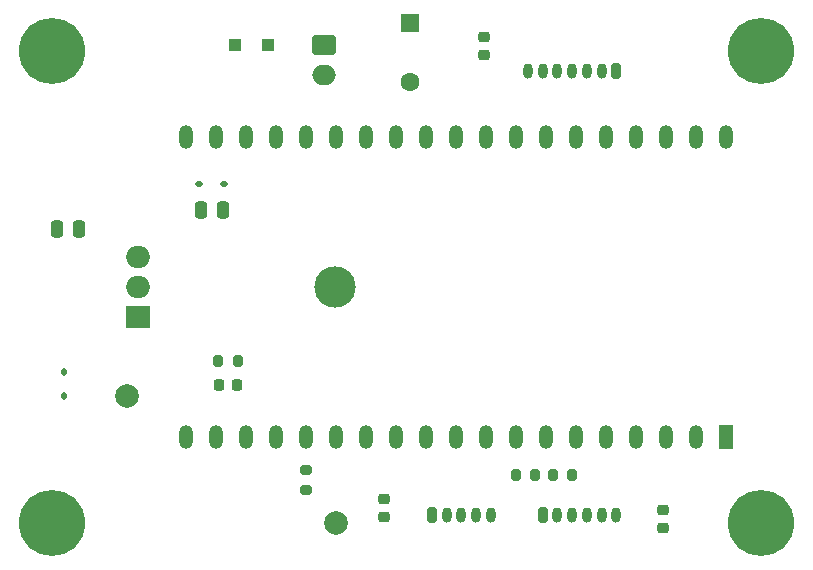
<source format=gbr>
%TF.GenerationSoftware,KiCad,Pcbnew,9.0.4*%
%TF.CreationDate,2025-12-07T20:14:20+01:00*%
%TF.ProjectId,bluebox,626c7565-626f-4782-9e6b-696361645f70,rev?*%
%TF.SameCoordinates,Original*%
%TF.FileFunction,Soldermask,Top*%
%TF.FilePolarity,Negative*%
%FSLAX46Y46*%
G04 Gerber Fmt 4.6, Leading zero omitted, Abs format (unit mm)*
G04 Created by KiCad (PCBNEW 9.0.4) date 2025-12-07 20:14:20*
%MOMM*%
%LPD*%
G01*
G04 APERTURE LIST*
G04 Aperture macros list*
%AMRoundRect*
0 Rectangle with rounded corners*
0 $1 Rounding radius*
0 $2 $3 $4 $5 $6 $7 $8 $9 X,Y pos of 4 corners*
0 Add a 4 corners polygon primitive as box body*
4,1,4,$2,$3,$4,$5,$6,$7,$8,$9,$2,$3,0*
0 Add four circle primitives for the rounded corners*
1,1,$1+$1,$2,$3*
1,1,$1+$1,$4,$5*
1,1,$1+$1,$6,$7*
1,1,$1+$1,$8,$9*
0 Add four rect primitives between the rounded corners*
20,1,$1+$1,$2,$3,$4,$5,0*
20,1,$1+$1,$4,$5,$6,$7,0*
20,1,$1+$1,$6,$7,$8,$9,0*
20,1,$1+$1,$8,$9,$2,$3,0*%
G04 Aperture macros list end*
%ADD10RoundRect,0.200000X-0.200000X-0.275000X0.200000X-0.275000X0.200000X0.275000X-0.200000X0.275000X0*%
%ADD11RoundRect,0.112500X0.187500X0.112500X-0.187500X0.112500X-0.187500X-0.112500X0.187500X-0.112500X0*%
%ADD12C,5.600000*%
%ADD13RoundRect,0.250000X-0.300000X-0.300000X0.300000X-0.300000X0.300000X0.300000X-0.300000X0.300000X0*%
%ADD14RoundRect,0.200000X-0.275000X0.200000X-0.275000X-0.200000X0.275000X-0.200000X0.275000X0.200000X0*%
%ADD15C,3.500000*%
%ADD16R,2.000000X1.905000*%
%ADD17O,2.000000X1.905000*%
%ADD18RoundRect,0.200000X-0.200000X-0.450000X0.200000X-0.450000X0.200000X0.450000X-0.200000X0.450000X0*%
%ADD19O,0.800000X1.300000*%
%ADD20RoundRect,0.250000X-0.550000X0.550000X-0.550000X-0.550000X0.550000X-0.550000X0.550000X0.550000X0*%
%ADD21C,1.600000*%
%ADD22RoundRect,0.250000X-0.250000X-0.475000X0.250000X-0.475000X0.250000X0.475000X-0.250000X0.475000X0*%
%ADD23C,2.000000*%
%ADD24RoundRect,0.200000X0.200000X0.450000X-0.200000X0.450000X-0.200000X-0.450000X0.200000X-0.450000X0*%
%ADD25RoundRect,0.225000X-0.250000X0.225000X-0.250000X-0.225000X0.250000X-0.225000X0.250000X0.225000X0*%
%ADD26RoundRect,0.200000X0.200000X0.275000X-0.200000X0.275000X-0.200000X-0.275000X0.200000X-0.275000X0*%
%ADD27RoundRect,0.250000X0.250000X0.475000X-0.250000X0.475000X-0.250000X-0.475000X0.250000X-0.475000X0*%
%ADD28RoundRect,0.225000X-0.225000X-0.250000X0.225000X-0.250000X0.225000X0.250000X-0.225000X0.250000X0*%
%ADD29RoundRect,0.112500X0.112500X-0.187500X0.112500X0.187500X-0.112500X0.187500X-0.112500X-0.187500X0*%
%ADD30RoundRect,0.250000X-0.750000X0.600000X-0.750000X-0.600000X0.750000X-0.600000X0.750000X0.600000X0*%
%ADD31O,2.000000X1.700000*%
%ADD32R,1.200000X2.000000*%
%ADD33O,1.200000X2.000000*%
G04 APERTURE END LIST*
D10*
%TO.C,R302*%
X174225000Y-115900000D03*
X175875000Y-115900000D03*
%TD*%
D11*
%TO.C,D202*%
X149500000Y-91250000D03*
X147400000Y-91250000D03*
%TD*%
D12*
%TO.C,H102*%
X135000000Y-80000000D03*
%TD*%
D13*
%TO.C,D203*%
X150450000Y-79500000D03*
X153250000Y-79500000D03*
%TD*%
D14*
%TO.C,R303*%
X156500000Y-115525000D03*
X156500000Y-117175000D03*
%TD*%
D15*
%TO.C,U201*%
X158900000Y-99995000D03*
D16*
X142240000Y-102535000D03*
D17*
X142240000Y-99995000D03*
X142240000Y-97455000D03*
%TD*%
D10*
%TO.C,R301*%
X177350000Y-115900000D03*
X179000000Y-115900000D03*
%TD*%
D18*
%TO.C,J303*%
X176500000Y-119300000D03*
D19*
X177750000Y-119300000D03*
X179000000Y-119300000D03*
X180250000Y-119300000D03*
X181500000Y-119300000D03*
X182750000Y-119300000D03*
%TD*%
D20*
%TO.C,C302*%
X165250000Y-77597349D03*
D21*
X165250000Y-82597349D03*
%TD*%
D22*
%TO.C,C203*%
X135350000Y-95100000D03*
X137250000Y-95100000D03*
%TD*%
D18*
%TO.C,J302*%
X167125000Y-119300000D03*
D19*
X168375000Y-119300000D03*
X169625000Y-119300000D03*
X170875000Y-119300000D03*
X172125000Y-119300000D03*
%TD*%
D23*
%TO.C,TP202*%
X141350000Y-109250000D03*
%TD*%
D24*
%TO.C,J301*%
X182750000Y-81700000D03*
D19*
X181500000Y-81700000D03*
X180250000Y-81700000D03*
X179000000Y-81700000D03*
X177750000Y-81700000D03*
X176500000Y-81700000D03*
X175250000Y-81700000D03*
%TD*%
D25*
%TO.C,C304*%
X163100000Y-117900000D03*
X163100000Y-119450000D03*
%TD*%
%TO.C,C303*%
X186700000Y-118850000D03*
X186700000Y-120400000D03*
%TD*%
D26*
%TO.C,R201*%
X150675000Y-106250000D03*
X149025000Y-106250000D03*
%TD*%
D12*
%TO.C,H103*%
X195000000Y-120000000D03*
%TD*%
%TO.C,H101*%
X135000000Y-120000000D03*
%TD*%
%TO.C,H104*%
X195000000Y-80000000D03*
%TD*%
D27*
%TO.C,C207*%
X149450000Y-93500000D03*
X147550000Y-93500000D03*
%TD*%
D23*
%TO.C,TP201*%
X159000000Y-120000000D03*
%TD*%
D28*
%TO.C,C204*%
X149075000Y-108300000D03*
X150625000Y-108300000D03*
%TD*%
D29*
%TO.C,D201*%
X135950000Y-109250000D03*
X135950000Y-107150000D03*
%TD*%
D25*
%TO.C,C301*%
X171500000Y-78825000D03*
X171500000Y-80375000D03*
%TD*%
D30*
%TO.C,J201*%
X158000000Y-79500000D03*
D31*
X158000000Y-82000000D03*
%TD*%
D32*
%TO.C,U301*%
X192000000Y-112700000D03*
D33*
X189460000Y-112700000D03*
X186920000Y-112700000D03*
X184380000Y-112700000D03*
X181840000Y-112700000D03*
X179300000Y-112700000D03*
X176760000Y-112700000D03*
X174220000Y-112700000D03*
X171680000Y-112700000D03*
X169140000Y-112700000D03*
X166600000Y-112700000D03*
X164060000Y-112700000D03*
X161520000Y-112700000D03*
X158980000Y-112700000D03*
X156440000Y-112700000D03*
X153900000Y-112700000D03*
X151360000Y-112700000D03*
X148820000Y-112700000D03*
X146280000Y-112700000D03*
X146282720Y-87303680D03*
X148822720Y-87303680D03*
X151360000Y-87300000D03*
X153900000Y-87300000D03*
X156440000Y-87300000D03*
X158980000Y-87300000D03*
X161520000Y-87300000D03*
X164060000Y-87300000D03*
X166600000Y-87300000D03*
X169140000Y-87300000D03*
X171680000Y-87300000D03*
X174220000Y-87300000D03*
X176760000Y-87300000D03*
X179300000Y-87300000D03*
X181840000Y-87300000D03*
X184380000Y-87300000D03*
X186920000Y-87300000D03*
X189460000Y-87300000D03*
X192000000Y-87300000D03*
%TD*%
M02*

</source>
